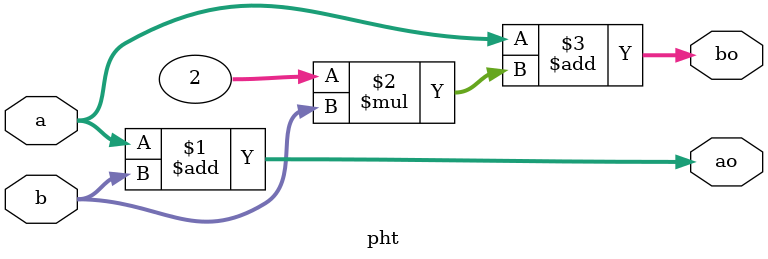
<source format=sv>
module pht
(
    input logic [31:0] a, b,
    output logic [31:0] ao, bo
);

    assign ao = a + b;
    assign bo = a + 2 * b;

endmodule
</source>
